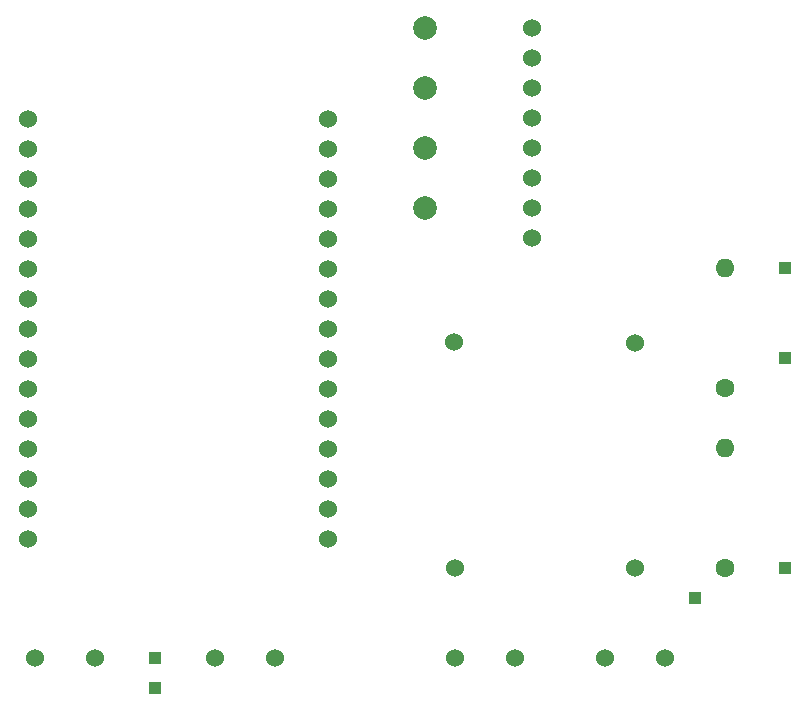
<source format=gbr>
%TF.GenerationSoftware,KiCad,Pcbnew,7.0.8*%
%TF.CreationDate,2025-10-26T15:42:26+01:00*%
%TF.ProjectId,Gyroskopicky-ovladac,4779726f-736b-46f7-9069-636b792d6f76,rev?*%
%TF.SameCoordinates,Original*%
%TF.FileFunction,Soldermask,Top*%
%TF.FilePolarity,Negative*%
%FSLAX46Y46*%
G04 Gerber Fmt 4.6, Leading zero omitted, Abs format (unit mm)*
G04 Created by KiCad (PCBNEW 7.0.8) date 2025-10-26 15:42:26*
%MOMM*%
%LPD*%
G01*
G04 APERTURE LIST*
%ADD10R,1.000000X1.000000*%
%ADD11C,1.524000*%
%ADD12C,1.600000*%
%ADD13O,1.600000X1.600000*%
%ADD14C,2.000000*%
G04 APERTURE END LIST*
D10*
%TO.C,V+*%
X162560000Y-81280000D03*
%TD*%
%TO.C,S*%
X162560000Y-99060000D03*
%TD*%
%TO.C,M*%
X109220000Y-109220000D03*
%TD*%
%TO.C,G-*%
X162560000Y-73660000D03*
%TD*%
%TO.C,E*%
X109220000Y-106680000D03*
%TD*%
%TO.C,B*%
X154940000Y-101600000D03*
%TD*%
D11*
%TO.C,ESP32*%
X98525000Y-61005000D03*
X98525000Y-63545000D03*
X98525000Y-66085000D03*
X98525000Y-68625000D03*
X98525000Y-71165000D03*
X98525000Y-73705000D03*
X98525000Y-76245000D03*
X98525000Y-78785000D03*
X98525000Y-81325000D03*
X98525000Y-83865000D03*
X98525000Y-86405000D03*
X98525000Y-88945000D03*
X98525000Y-91485000D03*
X98525000Y-94025000D03*
X98525000Y-96565000D03*
X123925000Y-61005000D03*
X123925000Y-63545000D03*
X123925000Y-66085000D03*
X123925000Y-68625000D03*
X123925000Y-71165000D03*
X123925000Y-73705000D03*
X123925000Y-76245000D03*
X123925000Y-78785000D03*
X123925000Y-81325000D03*
X123925000Y-83865000D03*
X123925000Y-86405000D03*
X123925000Y-88945000D03*
X123925000Y-91485000D03*
X123925000Y-94025000D03*
X123925000Y-96565000D03*
%TD*%
%TO.C,+Reboot-*%
X119380000Y-106680000D03*
X114300000Y-106680000D03*
%TD*%
D12*
%TO.C,R1*%
X157480000Y-83820000D03*
D13*
X157480000Y-73660000D03*
%TD*%
D11*
%TO.C,MPU6050*%
X141165000Y-71120000D03*
X141165000Y-68580000D03*
X141165000Y-66040000D03*
X141165000Y-63500000D03*
X141165000Y-60960000D03*
X141165000Y-58420000D03*
X141165000Y-55880000D03*
X141165000Y-53340000D03*
%TD*%
D14*
%TO.C,OLED*%
X132080000Y-68580000D03*
X132080000Y-63500000D03*
X132080000Y-58420000D03*
X132080000Y-53340000D03*
%TD*%
D11*
%TO.C,-Battery+*%
X134620000Y-106680000D03*
X139700000Y-106680000D03*
%TD*%
%TO.C,+Menu-*%
X104140000Y-106680000D03*
X99060000Y-106680000D03*
%TD*%
D12*
%TO.C,R2*%
X157480000Y-99060000D03*
D13*
X157480000Y-88900000D03*
%TD*%
D11*
%TO.C,Regulator3V3*%
X134620000Y-99060000D03*
X149860000Y-99060000D03*
X134581539Y-79923557D03*
X149883229Y-79992483D03*
%TD*%
%TO.C,+Switch+*%
X147320000Y-106680000D03*
X152400000Y-106680000D03*
%TD*%
M02*

</source>
